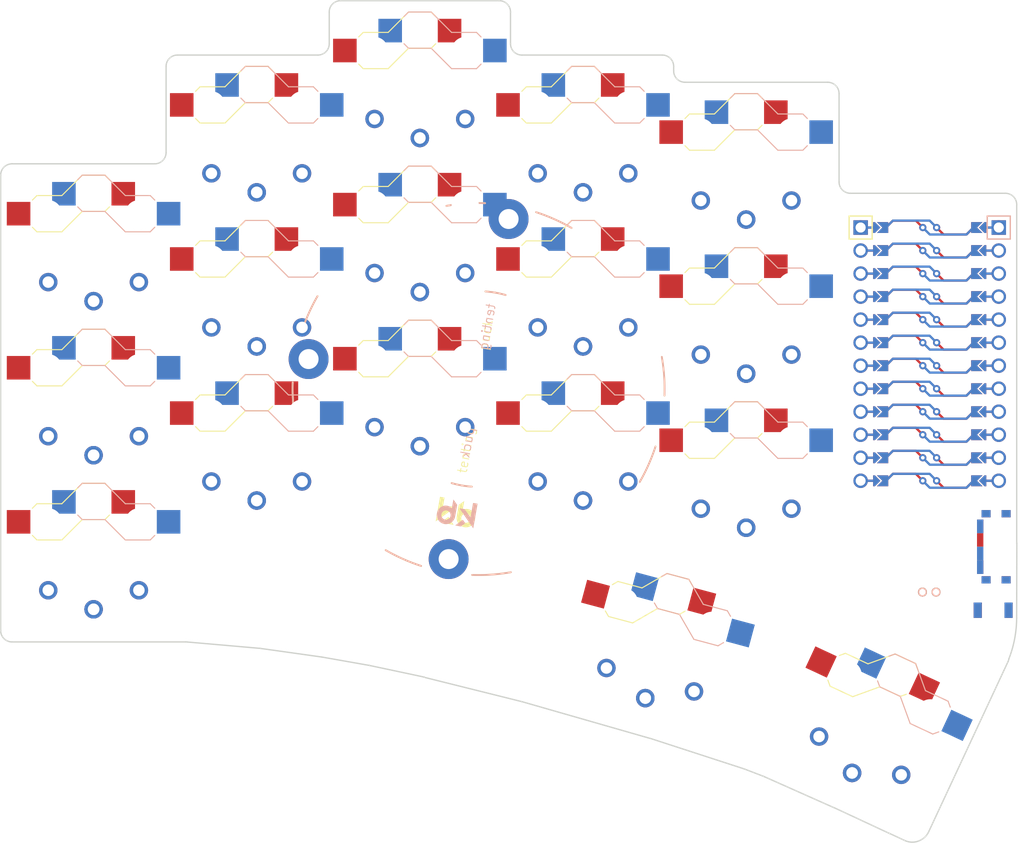
<source format=kicad_pcb>
(kicad_pcb (version 20211014) (generator pcbnew)
  (title_block (title "ferris") (rev "v1.0.0") (company "Unknown"))
  (layers (0 "F.Cu" signal) (31 "B.Cu" signal) (34 "B.Paste" user) (35 "F.Paste" user) (36 "B.SilkS" user "B.Silkscreen") (37 "F.SilkS" user "F.Silkscreen") (38 "B.Mask" user) (39 "F.Mask" user) (44 "Edge.Cuts" user))
  (net 0 "")
  (net 1 "P8")
  (net 2 "GND")
  (net 3 "P5")
  (net 4 "P2")
  (net 5 "P14")
  (net 6 "P18")
  (net 7 "P20")
  (net 8 "P7")
  (net 9 "P4")
  (net 10 "P0")
  (net 11 "P15")
  (net 12 "P19")
  (net 13 "P21")
  (net 14 "P6")
  (net 15 "P3")
  (net 16 "P1")
  (net 17 "P9")
  (net 18 "P10")
  (net 19 "RAW")
  (net 20 "RST")
  (net 21 "VCC")
  (net 22 "P16")
  (net 23 "pos")
  (footprint "lib:bat" (layer "F.Cu") (at 92.2 4 90)
    (fp_text reference "")
    (fp_text value "")
  )
  (footprint "PG1350" (layer "F.Cu") (at 18 -29)
    (fp_text reference "S5" hide)
    (fp_text value "" hide)
  )
  (footprint "PG1350" (layer "F.Cu") (at 54 -46)
    (fp_text reference "S12" hide)
    (fp_text value "" hide)
  )
  (footprint "PG1350" (layer "F.Cu") (at 36 -52)
    (fp_text reference "S9" hide)
    (fp_text value "" hide)
  )
  (footprint "PG1350" (layer "F.Cu") (at 36 -35 180)
    (fp_text reference "S25" hide)
    (fp_text value "" hide)
  )
  (footprint "PG1350" (layer "F.Cu") (at 18 -46 180)
    (fp_text reference "S23" hide)
    (fp_text value "" hide)
  )
  (footprint "PG1350" (layer "F.Cu") (at 0 -17 180)
    (fp_text reference "S19" hide)
    (fp_text value "" hide)
  )
  (footprint "PG1350" (layer "F.Cu") (at 62.4 10 165)
    (fp_text reference "S33" hide)
    (fp_text value "" hide)
  )
  (footprint "PG1350" (layer "F.Cu") (at 0 -17)
    (fp_text reference "S2" hide)
    (fp_text value "" hide)
  )
  (footprint "PG1350" (layer "F.Cu") (at 36 -52 180)
    (fp_text reference "S26" hide)
    (fp_text value "" hide)
  )
  (footprint "PG1350" (layer "F.Cu") (at 86.182282 18.60864 155)
    (fp_text reference "S34" hide)
    (fp_text value "" hide)
  )
  (footprint "Button_Switch_SMD:SW_SPDT_PCM12" (layer "F.Cu") (at 99.25 -1 90)
    (fp_text reference "")
    (fp_text value "")
  )
  (footprint "PG1350" (layer "F.Cu") (at 54 -29 180)
    (fp_text reference "S28" hide)
    (fp_text value "" hide)
  )
  (footprint "ProMicro" (layer "F.Cu") (at 92.25 -22.25 -90)
    (fp_text reference "MCU1" hide)
    (fp_text value "")
  )
  (footprint "PG1350" (layer "F.Cu") (at 36 -18)
    (fp_text reference "S7" hide)
    (fp_text value "" hide)
  )
  (footprint "Tenting Puck" (layer "F.Cu") (at 42.48167 -18.4 -10)
    (fp_text reference "_1" hide)
    (fp_text value "Tenting Puck")
  )
  (footprint "PG1350" (layer "F.Cu") (at 72 -43 180)
    (fp_text reference "S32" hide)
    (fp_text value "" hide)
  )
  (footprint "PG1350" (layer "F.Cu") (at 18 -12 180)
    (fp_text reference "S21" hide)
    (fp_text value "" hide)
  )
  (footprint "PG1350" (layer "F.Cu") (at 54 -46 180)
    (fp_text reference "S29" hide)
    (fp_text value "" hide)
  )
  (footprint "PG1350" (layer "F.Cu") (at 54 -12)
    (fp_text reference "S10" hide)
    (fp_text value "" hide)
  )
  (footprint "PG1350" (layer "F.Cu") (at 54 -29)
    (fp_text reference "S11" hide)
    (fp_text value "" hide)
  )
  (footprint "PG1350" (layer "F.Cu") (at 86.182282 18.60864 -25)
    (fp_text reference "S17" hide)
    (fp_text value "" hide)
  )
  (footprint "PG1350" (layer "F.Cu") (at 72 -9)
    (fp_text reference "S13" hide)
    (fp_text value "" hide)
  )
  (footprint "PG1350" (layer "F.Cu") (at 0 0 180)
    (fp_text reference "S18" hide)
    (fp_text value "" hide)
  )
  (footprint "PG1350" (layer "F.Cu") (at 72 -9 180)
    (fp_text reference "S30" hide)
    (fp_text value "" hide)
  )
  (footprint "PG1350" (layer "F.Cu") (at 62.4 10 -15)
    (fp_text reference "S16" hide)
    (fp_text value "" hide)
  )
  (footprint "PG1350" (layer "F.Cu") (at 72 -43)
    (fp_text reference "S15" hide)
    (fp_text value "" hide)
  )
  (footprint "PG1350" (layer "F.Cu") (at 36 -35)
    (fp_text reference "S8" hide)
    (fp_text value "" hide)
  )
  (footprint "PG1350" (layer "F.Cu") (at 18 -46)
    (fp_text reference "S6" hide)
    (fp_text value "" hide)
  )
  (footprint "PG1350" (layer "F.Cu") (at 72 -26 180)
    (fp_text reference "S31" hide)
    (fp_text value "" hide)
  )
  (footprint "PG1350" (layer "F.Cu") (at 0 -34 180)
    (fp_text reference "S20" hide)
    (fp_text value "" hide)
  )
  (footprint "PG1350" (layer "F.Cu") (at 18 -12)
    (fp_text reference "S4" hide)
    (fp_text value "" hide)
  )
  (footprint "PG1350" (layer "F.Cu") (at 72 -26)
    (fp_text reference "S14" hide)
    (fp_text value "" hide)
  )
  (footprint "PG1350" (layer "F.Cu") (at 0 -34)
    (fp_text reference "S3" hide)
    (fp_text value "" hide)
  )
  (footprint "PG1350" (layer "F.Cu") (at 54 -12 180)
    (fp_text reference "S27" hide)
    (fp_text value "" hide)
  )
  (footprint "PG1350" (layer "F.Cu") (at 36 -18 180)
    (fp_text reference "S24" hide)
    (fp_text value "" hide)
  )
  (footprint "Button_Switch_SMD:SW_SPST_B3U-1000P" (layer "F.Cu") (at 99.25 6)
    (fp_text reference "")
    (fp_text value "")
  )
  (footprint "PG1350" (layer "F.Cu") (at 0 0)
    (fp_text reference "S1" hide)
    (fp_text value "" hide)
  )
  (footprint "PG1350" (layer "F.Cu") (at 18 -29 180)
    (fp_text reference "S22" hide)
    (fp_text value "" hide)
  )
  (gr_line (start 10.334832 9.507611) (end 18.331707 10.207247) (layer "Edge.Cuts") (width 0.15))
  (gr_line (start 101.85 -1.400458) (end 101.85 -38.75) (layer "Edge.Cuts") (width 0.15))
  (gr_line (start 26 -56.5) (end 26 -60) (layer "Edge.Cuts") (width 0.15))
  (gr_line (start 101.84283 6.849552) (end 101.864428 -1.40042) (layer "Edge.Cuts") (width 0.15))
  (gr_arc (start 26 -60) (mid 26.366117 -60.883883) (end 27.25 -61.25) (layer "Edge.Cuts") (width 0.15))
  (gr_line (start 81.750886 27.817547) (end 81.754216 27.810068) (layer "Edge.Cuts") (width 0.15))
  (gr_arc (start 8 -54) (mid 8.366117 -54.883883) (end 9.25 -55.25) (layer "Edge.Cuts") (width 0.15))
  (gr_arc (start 100.990472 11.353723) (mid 100.951396 11.517746) (end 100.890611 11.675022) (layer "Edge.Cuts") (width 0.15))
  (gr_line (start 36.468616 13.399947) (end 47.224941 16.0818) (layer "Edge.Cuts") (width 0.15))
  (gr_arc (start 10.16052 9.5) (mid 10.247759 9.501904) (end 10.334832 9.507611) (layer "Edge.Cuts") (width 0.15))
  (gr_arc (start 65.25 -52.25) (mid 64.366117 -52.616117) (end 64 -53.5) (layer "Edge.Cuts") (width 0.15))
  (gr_line (start 30.448059 12.096931) (end 36.474135 13.377813) (layer "Edge.Cuts") (width 0.15))
  (gr_line (start 73.967934 24.352353) (end 81.750886 27.817547) (layer "Edge.Cuts") (width 0.15))
  (gr_arc (start 71.734913 23.495177) (mid 71.784493 23.512007) (end 71.833615 23.530129) (layer "Edge.Cuts") (width 0.15))
  (gr_line (start 36.474135 13.377813) (end 36.468616 13.399947) (layer "Edge.Cuts") (width 0.15))
  (gr_line (start 18.435742 10.2191) (end 25.149646 11.162677) (layer "Edge.Cuts") (width 0.15))
  (gr_line (start 25.218596 11.173598) (end 30.379532 12.08361) (layer "Edge.Cuts") (width 0.15))
  (gr_line (start 8 -44.5) (end 8 -54) (layer "Edge.Cuts") (width 0.15))
  (gr_arc (start 73.871196 24.312283) (mid 73.919828 24.331684) (end 73.967934 24.352353) (layer "Edge.Cuts") (width 0.15))
  (gr_arc (start 81 -52.25) (mid 81.883883 -51.883883) (end 82.25 -51) (layer "Edge.Cuts") (width 0.15))
  (gr_arc (start 101.84283 6.849552) (mid 101.624889 9.141043) (end 100.990472 11.353722) (layer "Edge.Cuts") (width 0.15))
  (gr_line (start 65.25 -52.25) (end 81 -52.25) (layer "Edge.Cuts") (width 0.15))
  (gr_arc (start 47.25 -55.25) (mid 46.366117 -55.616117) (end 46 -56.5) (layer "Edge.Cuts") (width 0.15))
  (gr_line (start 81.754216 27.810068) (end 87.826841 30.64178) (layer "Edge.Cuts") (width 0.15))
  (gr_line (start 61.338819 20.127622) (end 61.341531 20.118163) (layer "Edge.Cuts") (width 0.15))
  (gr_line (start 47.292372 16.099868) (end 61.338819 20.127622) (layer "Edge.Cuts") (width 0.15))
  (gr_arc (start 44.75 -61.25) (mid 45.633883 -60.883883) (end 46 -60) (layer "Edge.Cuts") (width 0.15))
  (gr_line (start 82.25 -41.25) (end 82.25 -51) (layer "Edge.Cuts") (width 0.15))
  (gr_line (start -9 9.5) (end 10.16052 9.5) (layer "Edge.Cuts") (width 0.15))
  (gr_arc (start 92.142413 30.435593) (mid 91.013842 31.469763) (end 89.484561 31.402973) (layer "Edge.Cuts") (width 0.15))
  (gr_line (start 27.25 -61.25) (end 44.75 -61.25) (layer "Edge.Cuts") (width 0.15))
  (gr_line (start -9 -43.25) (end 6.75 -43.25) (layer "Edge.Cuts") (width 0.15))
  (gr_arc (start -9 9.5) (mid -9.883883 9.133883) (end -10.25 8.25) (layer "Edge.Cuts") (width 0.15))
  (gr_arc (start 8 -44.5) (mid 7.633883 -43.616117) (end 6.75 -43.25) (layer "Edge.Cuts") (width 0.15))
  (gr_line (start -10.25 8.25) (end -10.25 -42) (layer "Edge.Cuts") (width 0.15))
  (gr_arc (start 83.5 -40) (mid 82.616117 -40.366117) (end 82.25 -41.25) (layer "Edge.Cuts") (width 0.15))
  (gr_line (start 61.341531 20.118163) (end 71.734913 23.495177) (layer "Edge.Cuts") (width 0.15))
  (gr_arc (start 18.331707 10.207247) (mid 18.383802 10.212491) (end 18.435742 10.2191) (layer "Edge.Cuts") (width 0.15))
  (gr_line (start 47.25 -55.25) (end 62.75 -55.25) (layer "Edge.Cuts") (width 0.15))
  (gr_line (start 9.25 -55.25) (end 24.75 -55.25) (layer "Edge.Cuts") (width 0.15))
  (gr_line (start 46 -60) (end 46 -56.5) (layer "Edge.Cuts") (width 0.15))
  (gr_arc (start 100.6 -40) (mid 101.483883 -39.633883) (end 101.85 -38.75) (layer "Edge.Cuts") (width 0.15))
  (gr_arc (start 25.149646 11.162677) (mid 25.184169 11.167836) (end 25.218596 11.173598) (layer "Edge.Cuts") (width 0.15))
  (gr_arc (start -10.25 -42) (mid -9.883883 -42.883883) (end -9 -43.25) (layer "Edge.Cuts") (width 0.15))
  (gr_line (start 83.5 -40) (end 100.6 -40) (layer "Edge.Cuts") (width 0.15))
  (gr_arc (start 30.379532 12.08361) (mid 30.413854 12.089971) (end 30.448059 12.096931) (layer "Edge.Cuts") (width 0.15))
  (gr_arc (start 62.75 -55.25) (mid 63.633883 -54.883883) (end 64 -54) (layer "Edge.Cuts") (width 0.15))
  (gr_line (start 64 -54) (end 64 -53.5) (layer "Edge.Cuts") (width 0.15))
  (gr_line (start 87.826841 30.64178) (end 87.831366 30.632075) (layer "Edge.Cuts") (width 0.15))
  (gr_line (start 92.142413 30.435593) (end 100.890611 11.675022) (layer "Edge.Cuts") (width 0.15))
  (gr_line (start 71.833615 23.530129) (end 73.871196 24.312283) (layer "Edge.Cuts") (width 0.15))
  (gr_arc (start 26 -56.5) (mid 25.633883 -55.616117) (end 24.75 -55.25) (layer "Edge.Cuts") (width 0.15))
  (gr_line (start 87.831366 30.632075) (end 89.484561 31.402973) (layer "Edge.Cuts") (width 0.15))
  (gr_line (start 101.864428 -1.40042) (end 101.85 -1.400458) (layer "Edge.Cuts") (width 0.15))
  (gr_arc (start 47.224941 16.0818) (mid 47.258735 16.090539) (end 47.292372 16.099868) (layer "Edge.Cuts") (width 0.15))
)
</source>
